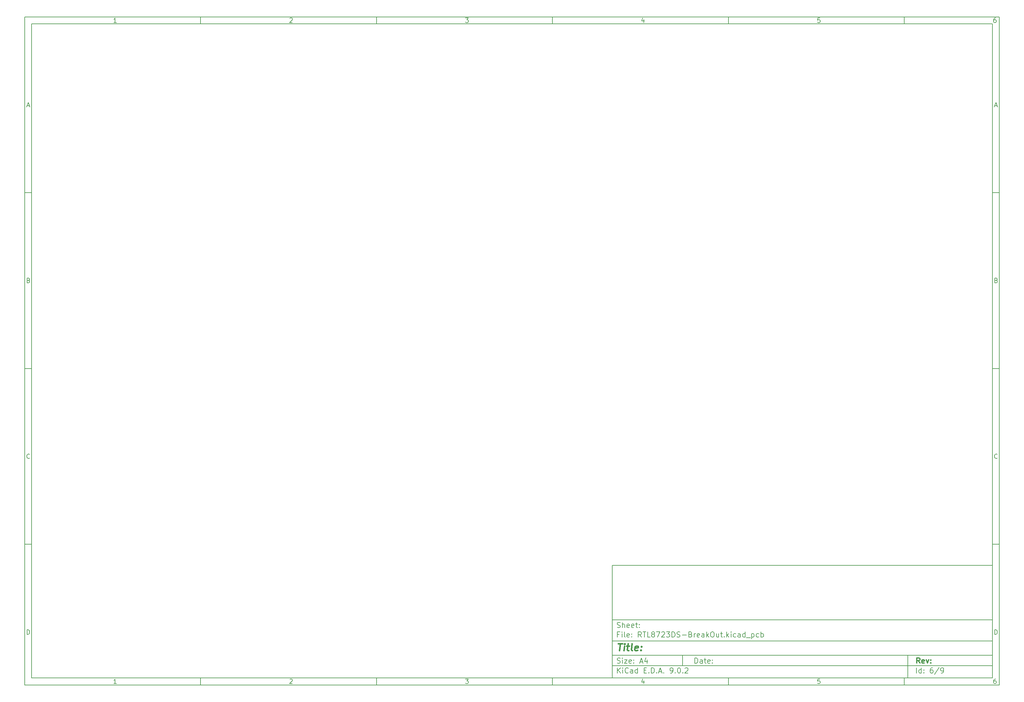
<source format=gbo>
G04 #@! TF.GenerationSoftware,KiCad,Pcbnew,9.0.2*
G04 #@! TF.CreationDate,2025-07-17T00:51:24+08:00*
G04 #@! TF.ProjectId,RTL8723DS-BreakOut,52544c38-3732-4334-9453-2d427265616b,rev?*
G04 #@! TF.SameCoordinates,Original*
G04 #@! TF.FileFunction,Legend,Bot*
G04 #@! TF.FilePolarity,Positive*
%FSLAX45Y45*%
G04 Gerber Fmt 4.5, Leading zero omitted, Abs format (unit mm)*
G04 Created by KiCad (PCBNEW 9.0.2) date 2025-07-17 00:51:24*
%MOMM*%
%LPD*%
G01*
G04 APERTURE LIST*
%ADD10C,0.100000*%
%ADD11C,0.150000*%
%ADD12C,0.300000*%
%ADD13C,0.400000*%
G04 APERTURE END LIST*
D10*
D11*
X17700220Y-16600720D02*
X28500220Y-16600720D01*
X28500220Y-19800720D01*
X17700220Y-19800720D01*
X17700220Y-16600720D01*
D10*
D11*
X1000000Y-1000000D02*
X28700220Y-1000000D01*
X28700220Y-20000720D01*
X1000000Y-20000720D01*
X1000000Y-1000000D01*
D10*
D11*
X1200000Y-1200000D02*
X28500220Y-1200000D01*
X28500220Y-19800720D01*
X1200000Y-19800720D01*
X1200000Y-1200000D01*
D10*
D11*
X6000000Y-1200000D02*
X6000000Y-1000000D01*
D10*
D11*
X11000000Y-1200000D02*
X11000000Y-1000000D01*
D10*
D11*
X16000000Y-1200000D02*
X16000000Y-1000000D01*
D10*
D11*
X21000000Y-1200000D02*
X21000000Y-1000000D01*
D10*
D11*
X26000000Y-1200000D02*
X26000000Y-1000000D01*
D10*
D11*
X3608916Y-1159360D02*
X3534630Y-1159360D01*
X3571773Y-1159360D02*
X3571773Y-1029360D01*
X3571773Y-1029360D02*
X3559392Y-1047932D01*
X3559392Y-1047932D02*
X3547011Y-1060313D01*
X3547011Y-1060313D02*
X3534630Y-1066503D01*
D10*
D11*
X8534630Y-1041741D02*
X8540821Y-1035551D01*
X8540821Y-1035551D02*
X8553202Y-1029360D01*
X8553202Y-1029360D02*
X8584154Y-1029360D01*
X8584154Y-1029360D02*
X8596535Y-1035551D01*
X8596535Y-1035551D02*
X8602726Y-1041741D01*
X8602726Y-1041741D02*
X8608916Y-1054122D01*
X8608916Y-1054122D02*
X8608916Y-1066503D01*
X8608916Y-1066503D02*
X8602726Y-1085075D01*
X8602726Y-1085075D02*
X8528440Y-1159360D01*
X8528440Y-1159360D02*
X8608916Y-1159360D01*
D10*
D11*
X13528440Y-1029360D02*
X13608916Y-1029360D01*
X13608916Y-1029360D02*
X13565583Y-1078884D01*
X13565583Y-1078884D02*
X13584154Y-1078884D01*
X13584154Y-1078884D02*
X13596535Y-1085075D01*
X13596535Y-1085075D02*
X13602725Y-1091265D01*
X13602725Y-1091265D02*
X13608916Y-1103646D01*
X13608916Y-1103646D02*
X13608916Y-1134599D01*
X13608916Y-1134599D02*
X13602725Y-1146980D01*
X13602725Y-1146980D02*
X13596535Y-1153170D01*
X13596535Y-1153170D02*
X13584154Y-1159360D01*
X13584154Y-1159360D02*
X13547011Y-1159360D01*
X13547011Y-1159360D02*
X13534630Y-1153170D01*
X13534630Y-1153170D02*
X13528440Y-1146980D01*
D10*
D11*
X18596535Y-1072694D02*
X18596535Y-1159360D01*
X18565583Y-1023170D02*
X18534630Y-1116027D01*
X18534630Y-1116027D02*
X18615106Y-1116027D01*
D10*
D11*
X23602725Y-1029360D02*
X23540821Y-1029360D01*
X23540821Y-1029360D02*
X23534630Y-1091265D01*
X23534630Y-1091265D02*
X23540821Y-1085075D01*
X23540821Y-1085075D02*
X23553202Y-1078884D01*
X23553202Y-1078884D02*
X23584154Y-1078884D01*
X23584154Y-1078884D02*
X23596535Y-1085075D01*
X23596535Y-1085075D02*
X23602725Y-1091265D01*
X23602725Y-1091265D02*
X23608916Y-1103646D01*
X23608916Y-1103646D02*
X23608916Y-1134599D01*
X23608916Y-1134599D02*
X23602725Y-1146980D01*
X23602725Y-1146980D02*
X23596535Y-1153170D01*
X23596535Y-1153170D02*
X23584154Y-1159360D01*
X23584154Y-1159360D02*
X23553202Y-1159360D01*
X23553202Y-1159360D02*
X23540821Y-1153170D01*
X23540821Y-1153170D02*
X23534630Y-1146980D01*
D10*
D11*
X28596535Y-1029360D02*
X28571773Y-1029360D01*
X28571773Y-1029360D02*
X28559392Y-1035551D01*
X28559392Y-1035551D02*
X28553202Y-1041741D01*
X28553202Y-1041741D02*
X28540821Y-1060313D01*
X28540821Y-1060313D02*
X28534630Y-1085075D01*
X28534630Y-1085075D02*
X28534630Y-1134599D01*
X28534630Y-1134599D02*
X28540821Y-1146980D01*
X28540821Y-1146980D02*
X28547011Y-1153170D01*
X28547011Y-1153170D02*
X28559392Y-1159360D01*
X28559392Y-1159360D02*
X28584154Y-1159360D01*
X28584154Y-1159360D02*
X28596535Y-1153170D01*
X28596535Y-1153170D02*
X28602725Y-1146980D01*
X28602725Y-1146980D02*
X28608916Y-1134599D01*
X28608916Y-1134599D02*
X28608916Y-1103646D01*
X28608916Y-1103646D02*
X28602725Y-1091265D01*
X28602725Y-1091265D02*
X28596535Y-1085075D01*
X28596535Y-1085075D02*
X28584154Y-1078884D01*
X28584154Y-1078884D02*
X28559392Y-1078884D01*
X28559392Y-1078884D02*
X28547011Y-1085075D01*
X28547011Y-1085075D02*
X28540821Y-1091265D01*
X28540821Y-1091265D02*
X28534630Y-1103646D01*
D10*
D11*
X6000000Y-19800720D02*
X6000000Y-20000720D01*
D10*
D11*
X11000000Y-19800720D02*
X11000000Y-20000720D01*
D10*
D11*
X16000000Y-19800720D02*
X16000000Y-20000720D01*
D10*
D11*
X21000000Y-19800720D02*
X21000000Y-20000720D01*
D10*
D11*
X26000000Y-19800720D02*
X26000000Y-20000720D01*
D10*
D11*
X3608916Y-19960080D02*
X3534630Y-19960080D01*
X3571773Y-19960080D02*
X3571773Y-19830080D01*
X3571773Y-19830080D02*
X3559392Y-19848652D01*
X3559392Y-19848652D02*
X3547011Y-19861033D01*
X3547011Y-19861033D02*
X3534630Y-19867223D01*
D10*
D11*
X8534630Y-19842461D02*
X8540821Y-19836271D01*
X8540821Y-19836271D02*
X8553202Y-19830080D01*
X8553202Y-19830080D02*
X8584154Y-19830080D01*
X8584154Y-19830080D02*
X8596535Y-19836271D01*
X8596535Y-19836271D02*
X8602726Y-19842461D01*
X8602726Y-19842461D02*
X8608916Y-19854842D01*
X8608916Y-19854842D02*
X8608916Y-19867223D01*
X8608916Y-19867223D02*
X8602726Y-19885795D01*
X8602726Y-19885795D02*
X8528440Y-19960080D01*
X8528440Y-19960080D02*
X8608916Y-19960080D01*
D10*
D11*
X13528440Y-19830080D02*
X13608916Y-19830080D01*
X13608916Y-19830080D02*
X13565583Y-19879604D01*
X13565583Y-19879604D02*
X13584154Y-19879604D01*
X13584154Y-19879604D02*
X13596535Y-19885795D01*
X13596535Y-19885795D02*
X13602725Y-19891985D01*
X13602725Y-19891985D02*
X13608916Y-19904366D01*
X13608916Y-19904366D02*
X13608916Y-19935319D01*
X13608916Y-19935319D02*
X13602725Y-19947700D01*
X13602725Y-19947700D02*
X13596535Y-19953890D01*
X13596535Y-19953890D02*
X13584154Y-19960080D01*
X13584154Y-19960080D02*
X13547011Y-19960080D01*
X13547011Y-19960080D02*
X13534630Y-19953890D01*
X13534630Y-19953890D02*
X13528440Y-19947700D01*
D10*
D11*
X18596535Y-19873414D02*
X18596535Y-19960080D01*
X18565583Y-19823890D02*
X18534630Y-19916747D01*
X18534630Y-19916747D02*
X18615106Y-19916747D01*
D10*
D11*
X23602725Y-19830080D02*
X23540821Y-19830080D01*
X23540821Y-19830080D02*
X23534630Y-19891985D01*
X23534630Y-19891985D02*
X23540821Y-19885795D01*
X23540821Y-19885795D02*
X23553202Y-19879604D01*
X23553202Y-19879604D02*
X23584154Y-19879604D01*
X23584154Y-19879604D02*
X23596535Y-19885795D01*
X23596535Y-19885795D02*
X23602725Y-19891985D01*
X23602725Y-19891985D02*
X23608916Y-19904366D01*
X23608916Y-19904366D02*
X23608916Y-19935319D01*
X23608916Y-19935319D02*
X23602725Y-19947700D01*
X23602725Y-19947700D02*
X23596535Y-19953890D01*
X23596535Y-19953890D02*
X23584154Y-19960080D01*
X23584154Y-19960080D02*
X23553202Y-19960080D01*
X23553202Y-19960080D02*
X23540821Y-19953890D01*
X23540821Y-19953890D02*
X23534630Y-19947700D01*
D10*
D11*
X28596535Y-19830080D02*
X28571773Y-19830080D01*
X28571773Y-19830080D02*
X28559392Y-19836271D01*
X28559392Y-19836271D02*
X28553202Y-19842461D01*
X28553202Y-19842461D02*
X28540821Y-19861033D01*
X28540821Y-19861033D02*
X28534630Y-19885795D01*
X28534630Y-19885795D02*
X28534630Y-19935319D01*
X28534630Y-19935319D02*
X28540821Y-19947700D01*
X28540821Y-19947700D02*
X28547011Y-19953890D01*
X28547011Y-19953890D02*
X28559392Y-19960080D01*
X28559392Y-19960080D02*
X28584154Y-19960080D01*
X28584154Y-19960080D02*
X28596535Y-19953890D01*
X28596535Y-19953890D02*
X28602725Y-19947700D01*
X28602725Y-19947700D02*
X28608916Y-19935319D01*
X28608916Y-19935319D02*
X28608916Y-19904366D01*
X28608916Y-19904366D02*
X28602725Y-19891985D01*
X28602725Y-19891985D02*
X28596535Y-19885795D01*
X28596535Y-19885795D02*
X28584154Y-19879604D01*
X28584154Y-19879604D02*
X28559392Y-19879604D01*
X28559392Y-19879604D02*
X28547011Y-19885795D01*
X28547011Y-19885795D02*
X28540821Y-19891985D01*
X28540821Y-19891985D02*
X28534630Y-19904366D01*
D10*
D11*
X1000000Y-6000000D02*
X1200000Y-6000000D01*
D10*
D11*
X1000000Y-11000000D02*
X1200000Y-11000000D01*
D10*
D11*
X1000000Y-16000000D02*
X1200000Y-16000000D01*
D10*
D11*
X1069048Y-3522218D02*
X1130952Y-3522218D01*
X1056667Y-3559360D02*
X1100000Y-3429360D01*
X1100000Y-3429360D02*
X1143333Y-3559360D01*
D10*
D11*
X1109286Y-8491265D02*
X1127857Y-8497456D01*
X1127857Y-8497456D02*
X1134048Y-8503646D01*
X1134048Y-8503646D02*
X1140238Y-8516027D01*
X1140238Y-8516027D02*
X1140238Y-8534599D01*
X1140238Y-8534599D02*
X1134048Y-8546980D01*
X1134048Y-8546980D02*
X1127857Y-8553170D01*
X1127857Y-8553170D02*
X1115476Y-8559360D01*
X1115476Y-8559360D02*
X1065952Y-8559360D01*
X1065952Y-8559360D02*
X1065952Y-8429360D01*
X1065952Y-8429360D02*
X1109286Y-8429360D01*
X1109286Y-8429360D02*
X1121667Y-8435551D01*
X1121667Y-8435551D02*
X1127857Y-8441741D01*
X1127857Y-8441741D02*
X1134048Y-8454122D01*
X1134048Y-8454122D02*
X1134048Y-8466503D01*
X1134048Y-8466503D02*
X1127857Y-8478884D01*
X1127857Y-8478884D02*
X1121667Y-8485075D01*
X1121667Y-8485075D02*
X1109286Y-8491265D01*
X1109286Y-8491265D02*
X1065952Y-8491265D01*
D10*
D11*
X1140238Y-13546979D02*
X1134048Y-13553170D01*
X1134048Y-13553170D02*
X1115476Y-13559360D01*
X1115476Y-13559360D02*
X1103095Y-13559360D01*
X1103095Y-13559360D02*
X1084524Y-13553170D01*
X1084524Y-13553170D02*
X1072143Y-13540789D01*
X1072143Y-13540789D02*
X1065952Y-13528408D01*
X1065952Y-13528408D02*
X1059762Y-13503646D01*
X1059762Y-13503646D02*
X1059762Y-13485075D01*
X1059762Y-13485075D02*
X1065952Y-13460313D01*
X1065952Y-13460313D02*
X1072143Y-13447932D01*
X1072143Y-13447932D02*
X1084524Y-13435551D01*
X1084524Y-13435551D02*
X1103095Y-13429360D01*
X1103095Y-13429360D02*
X1115476Y-13429360D01*
X1115476Y-13429360D02*
X1134048Y-13435551D01*
X1134048Y-13435551D02*
X1140238Y-13441741D01*
D10*
D11*
X1065952Y-18559360D02*
X1065952Y-18429360D01*
X1065952Y-18429360D02*
X1096905Y-18429360D01*
X1096905Y-18429360D02*
X1115476Y-18435551D01*
X1115476Y-18435551D02*
X1127857Y-18447932D01*
X1127857Y-18447932D02*
X1134048Y-18460313D01*
X1134048Y-18460313D02*
X1140238Y-18485075D01*
X1140238Y-18485075D02*
X1140238Y-18503646D01*
X1140238Y-18503646D02*
X1134048Y-18528408D01*
X1134048Y-18528408D02*
X1127857Y-18540789D01*
X1127857Y-18540789D02*
X1115476Y-18553170D01*
X1115476Y-18553170D02*
X1096905Y-18559360D01*
X1096905Y-18559360D02*
X1065952Y-18559360D01*
D10*
D11*
X28700220Y-6000000D02*
X28500220Y-6000000D01*
D10*
D11*
X28700220Y-11000000D02*
X28500220Y-11000000D01*
D10*
D11*
X28700220Y-16000000D02*
X28500220Y-16000000D01*
D10*
D11*
X28569268Y-3522218D02*
X28631172Y-3522218D01*
X28556887Y-3559360D02*
X28600220Y-3429360D01*
X28600220Y-3429360D02*
X28643553Y-3559360D01*
D10*
D11*
X28609506Y-8491265D02*
X28628077Y-8497456D01*
X28628077Y-8497456D02*
X28634268Y-8503646D01*
X28634268Y-8503646D02*
X28640458Y-8516027D01*
X28640458Y-8516027D02*
X28640458Y-8534599D01*
X28640458Y-8534599D02*
X28634268Y-8546980D01*
X28634268Y-8546980D02*
X28628077Y-8553170D01*
X28628077Y-8553170D02*
X28615696Y-8559360D01*
X28615696Y-8559360D02*
X28566172Y-8559360D01*
X28566172Y-8559360D02*
X28566172Y-8429360D01*
X28566172Y-8429360D02*
X28609506Y-8429360D01*
X28609506Y-8429360D02*
X28621887Y-8435551D01*
X28621887Y-8435551D02*
X28628077Y-8441741D01*
X28628077Y-8441741D02*
X28634268Y-8454122D01*
X28634268Y-8454122D02*
X28634268Y-8466503D01*
X28634268Y-8466503D02*
X28628077Y-8478884D01*
X28628077Y-8478884D02*
X28621887Y-8485075D01*
X28621887Y-8485075D02*
X28609506Y-8491265D01*
X28609506Y-8491265D02*
X28566172Y-8491265D01*
D10*
D11*
X28640458Y-13546979D02*
X28634268Y-13553170D01*
X28634268Y-13553170D02*
X28615696Y-13559360D01*
X28615696Y-13559360D02*
X28603315Y-13559360D01*
X28603315Y-13559360D02*
X28584744Y-13553170D01*
X28584744Y-13553170D02*
X28572363Y-13540789D01*
X28572363Y-13540789D02*
X28566172Y-13528408D01*
X28566172Y-13528408D02*
X28559982Y-13503646D01*
X28559982Y-13503646D02*
X28559982Y-13485075D01*
X28559982Y-13485075D02*
X28566172Y-13460313D01*
X28566172Y-13460313D02*
X28572363Y-13447932D01*
X28572363Y-13447932D02*
X28584744Y-13435551D01*
X28584744Y-13435551D02*
X28603315Y-13429360D01*
X28603315Y-13429360D02*
X28615696Y-13429360D01*
X28615696Y-13429360D02*
X28634268Y-13435551D01*
X28634268Y-13435551D02*
X28640458Y-13441741D01*
D10*
D11*
X28566172Y-18559360D02*
X28566172Y-18429360D01*
X28566172Y-18429360D02*
X28597125Y-18429360D01*
X28597125Y-18429360D02*
X28615696Y-18435551D01*
X28615696Y-18435551D02*
X28628077Y-18447932D01*
X28628077Y-18447932D02*
X28634268Y-18460313D01*
X28634268Y-18460313D02*
X28640458Y-18485075D01*
X28640458Y-18485075D02*
X28640458Y-18503646D01*
X28640458Y-18503646D02*
X28634268Y-18528408D01*
X28634268Y-18528408D02*
X28628077Y-18540789D01*
X28628077Y-18540789D02*
X28615696Y-18553170D01*
X28615696Y-18553170D02*
X28597125Y-18559360D01*
X28597125Y-18559360D02*
X28566172Y-18559360D01*
D10*
D11*
X20045803Y-19379333D02*
X20045803Y-19229333D01*
X20045803Y-19229333D02*
X20081517Y-19229333D01*
X20081517Y-19229333D02*
X20102946Y-19236476D01*
X20102946Y-19236476D02*
X20117231Y-19250761D01*
X20117231Y-19250761D02*
X20124374Y-19265047D01*
X20124374Y-19265047D02*
X20131517Y-19293619D01*
X20131517Y-19293619D02*
X20131517Y-19315047D01*
X20131517Y-19315047D02*
X20124374Y-19343619D01*
X20124374Y-19343619D02*
X20117231Y-19357904D01*
X20117231Y-19357904D02*
X20102946Y-19372190D01*
X20102946Y-19372190D02*
X20081517Y-19379333D01*
X20081517Y-19379333D02*
X20045803Y-19379333D01*
X20260088Y-19379333D02*
X20260088Y-19300761D01*
X20260088Y-19300761D02*
X20252946Y-19286476D01*
X20252946Y-19286476D02*
X20238660Y-19279333D01*
X20238660Y-19279333D02*
X20210088Y-19279333D01*
X20210088Y-19279333D02*
X20195803Y-19286476D01*
X20260088Y-19372190D02*
X20245803Y-19379333D01*
X20245803Y-19379333D02*
X20210088Y-19379333D01*
X20210088Y-19379333D02*
X20195803Y-19372190D01*
X20195803Y-19372190D02*
X20188660Y-19357904D01*
X20188660Y-19357904D02*
X20188660Y-19343619D01*
X20188660Y-19343619D02*
X20195803Y-19329333D01*
X20195803Y-19329333D02*
X20210088Y-19322190D01*
X20210088Y-19322190D02*
X20245803Y-19322190D01*
X20245803Y-19322190D02*
X20260088Y-19315047D01*
X20310088Y-19279333D02*
X20367231Y-19279333D01*
X20331517Y-19229333D02*
X20331517Y-19357904D01*
X20331517Y-19357904D02*
X20338660Y-19372190D01*
X20338660Y-19372190D02*
X20352946Y-19379333D01*
X20352946Y-19379333D02*
X20367231Y-19379333D01*
X20474374Y-19372190D02*
X20460088Y-19379333D01*
X20460088Y-19379333D02*
X20431517Y-19379333D01*
X20431517Y-19379333D02*
X20417231Y-19372190D01*
X20417231Y-19372190D02*
X20410088Y-19357904D01*
X20410088Y-19357904D02*
X20410088Y-19300761D01*
X20410088Y-19300761D02*
X20417231Y-19286476D01*
X20417231Y-19286476D02*
X20431517Y-19279333D01*
X20431517Y-19279333D02*
X20460088Y-19279333D01*
X20460088Y-19279333D02*
X20474374Y-19286476D01*
X20474374Y-19286476D02*
X20481517Y-19300761D01*
X20481517Y-19300761D02*
X20481517Y-19315047D01*
X20481517Y-19315047D02*
X20410088Y-19329333D01*
X20545803Y-19365047D02*
X20552946Y-19372190D01*
X20552946Y-19372190D02*
X20545803Y-19379333D01*
X20545803Y-19379333D02*
X20538660Y-19372190D01*
X20538660Y-19372190D02*
X20545803Y-19365047D01*
X20545803Y-19365047D02*
X20545803Y-19379333D01*
X20545803Y-19286476D02*
X20552946Y-19293619D01*
X20552946Y-19293619D02*
X20545803Y-19300761D01*
X20545803Y-19300761D02*
X20538660Y-19293619D01*
X20538660Y-19293619D02*
X20545803Y-19286476D01*
X20545803Y-19286476D02*
X20545803Y-19300761D01*
D10*
D11*
X17700220Y-19450720D02*
X28500220Y-19450720D01*
D10*
D11*
X17845803Y-19659333D02*
X17845803Y-19509333D01*
X17931517Y-19659333D02*
X17867231Y-19573619D01*
X17931517Y-19509333D02*
X17845803Y-19595047D01*
X17995803Y-19659333D02*
X17995803Y-19559333D01*
X17995803Y-19509333D02*
X17988660Y-19516476D01*
X17988660Y-19516476D02*
X17995803Y-19523619D01*
X17995803Y-19523619D02*
X18002946Y-19516476D01*
X18002946Y-19516476D02*
X17995803Y-19509333D01*
X17995803Y-19509333D02*
X17995803Y-19523619D01*
X18152946Y-19645047D02*
X18145803Y-19652190D01*
X18145803Y-19652190D02*
X18124374Y-19659333D01*
X18124374Y-19659333D02*
X18110088Y-19659333D01*
X18110088Y-19659333D02*
X18088660Y-19652190D01*
X18088660Y-19652190D02*
X18074374Y-19637904D01*
X18074374Y-19637904D02*
X18067231Y-19623619D01*
X18067231Y-19623619D02*
X18060088Y-19595047D01*
X18060088Y-19595047D02*
X18060088Y-19573619D01*
X18060088Y-19573619D02*
X18067231Y-19545047D01*
X18067231Y-19545047D02*
X18074374Y-19530761D01*
X18074374Y-19530761D02*
X18088660Y-19516476D01*
X18088660Y-19516476D02*
X18110088Y-19509333D01*
X18110088Y-19509333D02*
X18124374Y-19509333D01*
X18124374Y-19509333D02*
X18145803Y-19516476D01*
X18145803Y-19516476D02*
X18152946Y-19523619D01*
X18281517Y-19659333D02*
X18281517Y-19580761D01*
X18281517Y-19580761D02*
X18274374Y-19566476D01*
X18274374Y-19566476D02*
X18260088Y-19559333D01*
X18260088Y-19559333D02*
X18231517Y-19559333D01*
X18231517Y-19559333D02*
X18217231Y-19566476D01*
X18281517Y-19652190D02*
X18267231Y-19659333D01*
X18267231Y-19659333D02*
X18231517Y-19659333D01*
X18231517Y-19659333D02*
X18217231Y-19652190D01*
X18217231Y-19652190D02*
X18210088Y-19637904D01*
X18210088Y-19637904D02*
X18210088Y-19623619D01*
X18210088Y-19623619D02*
X18217231Y-19609333D01*
X18217231Y-19609333D02*
X18231517Y-19602190D01*
X18231517Y-19602190D02*
X18267231Y-19602190D01*
X18267231Y-19602190D02*
X18281517Y-19595047D01*
X18417231Y-19659333D02*
X18417231Y-19509333D01*
X18417231Y-19652190D02*
X18402946Y-19659333D01*
X18402946Y-19659333D02*
X18374374Y-19659333D01*
X18374374Y-19659333D02*
X18360088Y-19652190D01*
X18360088Y-19652190D02*
X18352946Y-19645047D01*
X18352946Y-19645047D02*
X18345803Y-19630761D01*
X18345803Y-19630761D02*
X18345803Y-19587904D01*
X18345803Y-19587904D02*
X18352946Y-19573619D01*
X18352946Y-19573619D02*
X18360088Y-19566476D01*
X18360088Y-19566476D02*
X18374374Y-19559333D01*
X18374374Y-19559333D02*
X18402946Y-19559333D01*
X18402946Y-19559333D02*
X18417231Y-19566476D01*
X18602946Y-19580761D02*
X18652946Y-19580761D01*
X18674374Y-19659333D02*
X18602946Y-19659333D01*
X18602946Y-19659333D02*
X18602946Y-19509333D01*
X18602946Y-19509333D02*
X18674374Y-19509333D01*
X18738660Y-19645047D02*
X18745803Y-19652190D01*
X18745803Y-19652190D02*
X18738660Y-19659333D01*
X18738660Y-19659333D02*
X18731517Y-19652190D01*
X18731517Y-19652190D02*
X18738660Y-19645047D01*
X18738660Y-19645047D02*
X18738660Y-19659333D01*
X18810088Y-19659333D02*
X18810088Y-19509333D01*
X18810088Y-19509333D02*
X18845803Y-19509333D01*
X18845803Y-19509333D02*
X18867231Y-19516476D01*
X18867231Y-19516476D02*
X18881517Y-19530761D01*
X18881517Y-19530761D02*
X18888660Y-19545047D01*
X18888660Y-19545047D02*
X18895803Y-19573619D01*
X18895803Y-19573619D02*
X18895803Y-19595047D01*
X18895803Y-19595047D02*
X18888660Y-19623619D01*
X18888660Y-19623619D02*
X18881517Y-19637904D01*
X18881517Y-19637904D02*
X18867231Y-19652190D01*
X18867231Y-19652190D02*
X18845803Y-19659333D01*
X18845803Y-19659333D02*
X18810088Y-19659333D01*
X18960088Y-19645047D02*
X18967231Y-19652190D01*
X18967231Y-19652190D02*
X18960088Y-19659333D01*
X18960088Y-19659333D02*
X18952946Y-19652190D01*
X18952946Y-19652190D02*
X18960088Y-19645047D01*
X18960088Y-19645047D02*
X18960088Y-19659333D01*
X19024374Y-19616476D02*
X19095803Y-19616476D01*
X19010089Y-19659333D02*
X19060089Y-19509333D01*
X19060089Y-19509333D02*
X19110089Y-19659333D01*
X19160088Y-19645047D02*
X19167231Y-19652190D01*
X19167231Y-19652190D02*
X19160088Y-19659333D01*
X19160088Y-19659333D02*
X19152946Y-19652190D01*
X19152946Y-19652190D02*
X19160088Y-19645047D01*
X19160088Y-19645047D02*
X19160088Y-19659333D01*
X19352946Y-19659333D02*
X19381517Y-19659333D01*
X19381517Y-19659333D02*
X19395803Y-19652190D01*
X19395803Y-19652190D02*
X19402946Y-19645047D01*
X19402946Y-19645047D02*
X19417231Y-19623619D01*
X19417231Y-19623619D02*
X19424374Y-19595047D01*
X19424374Y-19595047D02*
X19424374Y-19537904D01*
X19424374Y-19537904D02*
X19417231Y-19523619D01*
X19417231Y-19523619D02*
X19410089Y-19516476D01*
X19410089Y-19516476D02*
X19395803Y-19509333D01*
X19395803Y-19509333D02*
X19367231Y-19509333D01*
X19367231Y-19509333D02*
X19352946Y-19516476D01*
X19352946Y-19516476D02*
X19345803Y-19523619D01*
X19345803Y-19523619D02*
X19338660Y-19537904D01*
X19338660Y-19537904D02*
X19338660Y-19573619D01*
X19338660Y-19573619D02*
X19345803Y-19587904D01*
X19345803Y-19587904D02*
X19352946Y-19595047D01*
X19352946Y-19595047D02*
X19367231Y-19602190D01*
X19367231Y-19602190D02*
X19395803Y-19602190D01*
X19395803Y-19602190D02*
X19410089Y-19595047D01*
X19410089Y-19595047D02*
X19417231Y-19587904D01*
X19417231Y-19587904D02*
X19424374Y-19573619D01*
X19488660Y-19645047D02*
X19495803Y-19652190D01*
X19495803Y-19652190D02*
X19488660Y-19659333D01*
X19488660Y-19659333D02*
X19481517Y-19652190D01*
X19481517Y-19652190D02*
X19488660Y-19645047D01*
X19488660Y-19645047D02*
X19488660Y-19659333D01*
X19588660Y-19509333D02*
X19602946Y-19509333D01*
X19602946Y-19509333D02*
X19617231Y-19516476D01*
X19617231Y-19516476D02*
X19624374Y-19523619D01*
X19624374Y-19523619D02*
X19631517Y-19537904D01*
X19631517Y-19537904D02*
X19638660Y-19566476D01*
X19638660Y-19566476D02*
X19638660Y-19602190D01*
X19638660Y-19602190D02*
X19631517Y-19630761D01*
X19631517Y-19630761D02*
X19624374Y-19645047D01*
X19624374Y-19645047D02*
X19617231Y-19652190D01*
X19617231Y-19652190D02*
X19602946Y-19659333D01*
X19602946Y-19659333D02*
X19588660Y-19659333D01*
X19588660Y-19659333D02*
X19574374Y-19652190D01*
X19574374Y-19652190D02*
X19567231Y-19645047D01*
X19567231Y-19645047D02*
X19560088Y-19630761D01*
X19560088Y-19630761D02*
X19552946Y-19602190D01*
X19552946Y-19602190D02*
X19552946Y-19566476D01*
X19552946Y-19566476D02*
X19560088Y-19537904D01*
X19560088Y-19537904D02*
X19567231Y-19523619D01*
X19567231Y-19523619D02*
X19574374Y-19516476D01*
X19574374Y-19516476D02*
X19588660Y-19509333D01*
X19702946Y-19645047D02*
X19710088Y-19652190D01*
X19710088Y-19652190D02*
X19702946Y-19659333D01*
X19702946Y-19659333D02*
X19695803Y-19652190D01*
X19695803Y-19652190D02*
X19702946Y-19645047D01*
X19702946Y-19645047D02*
X19702946Y-19659333D01*
X19767231Y-19523619D02*
X19774374Y-19516476D01*
X19774374Y-19516476D02*
X19788660Y-19509333D01*
X19788660Y-19509333D02*
X19824374Y-19509333D01*
X19824374Y-19509333D02*
X19838660Y-19516476D01*
X19838660Y-19516476D02*
X19845803Y-19523619D01*
X19845803Y-19523619D02*
X19852946Y-19537904D01*
X19852946Y-19537904D02*
X19852946Y-19552190D01*
X19852946Y-19552190D02*
X19845803Y-19573619D01*
X19845803Y-19573619D02*
X19760088Y-19659333D01*
X19760088Y-19659333D02*
X19852946Y-19659333D01*
D10*
D11*
X17700220Y-19150720D02*
X28500220Y-19150720D01*
D10*
D12*
X26441385Y-19378553D02*
X26391385Y-19307124D01*
X26355671Y-19378553D02*
X26355671Y-19228553D01*
X26355671Y-19228553D02*
X26412814Y-19228553D01*
X26412814Y-19228553D02*
X26427100Y-19235696D01*
X26427100Y-19235696D02*
X26434242Y-19242839D01*
X26434242Y-19242839D02*
X26441385Y-19257124D01*
X26441385Y-19257124D02*
X26441385Y-19278553D01*
X26441385Y-19278553D02*
X26434242Y-19292839D01*
X26434242Y-19292839D02*
X26427100Y-19299981D01*
X26427100Y-19299981D02*
X26412814Y-19307124D01*
X26412814Y-19307124D02*
X26355671Y-19307124D01*
X26562814Y-19371410D02*
X26548528Y-19378553D01*
X26548528Y-19378553D02*
X26519957Y-19378553D01*
X26519957Y-19378553D02*
X26505671Y-19371410D01*
X26505671Y-19371410D02*
X26498528Y-19357124D01*
X26498528Y-19357124D02*
X26498528Y-19299981D01*
X26498528Y-19299981D02*
X26505671Y-19285696D01*
X26505671Y-19285696D02*
X26519957Y-19278553D01*
X26519957Y-19278553D02*
X26548528Y-19278553D01*
X26548528Y-19278553D02*
X26562814Y-19285696D01*
X26562814Y-19285696D02*
X26569957Y-19299981D01*
X26569957Y-19299981D02*
X26569957Y-19314267D01*
X26569957Y-19314267D02*
X26498528Y-19328553D01*
X26619957Y-19278553D02*
X26655671Y-19378553D01*
X26655671Y-19378553D02*
X26691385Y-19278553D01*
X26748528Y-19364267D02*
X26755671Y-19371410D01*
X26755671Y-19371410D02*
X26748528Y-19378553D01*
X26748528Y-19378553D02*
X26741385Y-19371410D01*
X26741385Y-19371410D02*
X26748528Y-19364267D01*
X26748528Y-19364267D02*
X26748528Y-19378553D01*
X26748528Y-19285696D02*
X26755671Y-19292839D01*
X26755671Y-19292839D02*
X26748528Y-19299981D01*
X26748528Y-19299981D02*
X26741385Y-19292839D01*
X26741385Y-19292839D02*
X26748528Y-19285696D01*
X26748528Y-19285696D02*
X26748528Y-19299981D01*
D10*
D11*
X17838660Y-19372190D02*
X17860088Y-19379333D01*
X17860088Y-19379333D02*
X17895803Y-19379333D01*
X17895803Y-19379333D02*
X17910088Y-19372190D01*
X17910088Y-19372190D02*
X17917231Y-19365047D01*
X17917231Y-19365047D02*
X17924374Y-19350761D01*
X17924374Y-19350761D02*
X17924374Y-19336476D01*
X17924374Y-19336476D02*
X17917231Y-19322190D01*
X17917231Y-19322190D02*
X17910088Y-19315047D01*
X17910088Y-19315047D02*
X17895803Y-19307904D01*
X17895803Y-19307904D02*
X17867231Y-19300761D01*
X17867231Y-19300761D02*
X17852946Y-19293619D01*
X17852946Y-19293619D02*
X17845803Y-19286476D01*
X17845803Y-19286476D02*
X17838660Y-19272190D01*
X17838660Y-19272190D02*
X17838660Y-19257904D01*
X17838660Y-19257904D02*
X17845803Y-19243619D01*
X17845803Y-19243619D02*
X17852946Y-19236476D01*
X17852946Y-19236476D02*
X17867231Y-19229333D01*
X17867231Y-19229333D02*
X17902946Y-19229333D01*
X17902946Y-19229333D02*
X17924374Y-19236476D01*
X17988660Y-19379333D02*
X17988660Y-19279333D01*
X17988660Y-19229333D02*
X17981517Y-19236476D01*
X17981517Y-19236476D02*
X17988660Y-19243619D01*
X17988660Y-19243619D02*
X17995803Y-19236476D01*
X17995803Y-19236476D02*
X17988660Y-19229333D01*
X17988660Y-19229333D02*
X17988660Y-19243619D01*
X18045803Y-19279333D02*
X18124374Y-19279333D01*
X18124374Y-19279333D02*
X18045803Y-19379333D01*
X18045803Y-19379333D02*
X18124374Y-19379333D01*
X18238660Y-19372190D02*
X18224374Y-19379333D01*
X18224374Y-19379333D02*
X18195803Y-19379333D01*
X18195803Y-19379333D02*
X18181517Y-19372190D01*
X18181517Y-19372190D02*
X18174374Y-19357904D01*
X18174374Y-19357904D02*
X18174374Y-19300761D01*
X18174374Y-19300761D02*
X18181517Y-19286476D01*
X18181517Y-19286476D02*
X18195803Y-19279333D01*
X18195803Y-19279333D02*
X18224374Y-19279333D01*
X18224374Y-19279333D02*
X18238660Y-19286476D01*
X18238660Y-19286476D02*
X18245803Y-19300761D01*
X18245803Y-19300761D02*
X18245803Y-19315047D01*
X18245803Y-19315047D02*
X18174374Y-19329333D01*
X18310088Y-19365047D02*
X18317231Y-19372190D01*
X18317231Y-19372190D02*
X18310088Y-19379333D01*
X18310088Y-19379333D02*
X18302946Y-19372190D01*
X18302946Y-19372190D02*
X18310088Y-19365047D01*
X18310088Y-19365047D02*
X18310088Y-19379333D01*
X18310088Y-19286476D02*
X18317231Y-19293619D01*
X18317231Y-19293619D02*
X18310088Y-19300761D01*
X18310088Y-19300761D02*
X18302946Y-19293619D01*
X18302946Y-19293619D02*
X18310088Y-19286476D01*
X18310088Y-19286476D02*
X18310088Y-19300761D01*
X18488660Y-19336476D02*
X18560088Y-19336476D01*
X18474374Y-19379333D02*
X18524374Y-19229333D01*
X18524374Y-19229333D02*
X18574374Y-19379333D01*
X18688660Y-19279333D02*
X18688660Y-19379333D01*
X18652946Y-19222190D02*
X18617231Y-19329333D01*
X18617231Y-19329333D02*
X18710088Y-19329333D01*
D10*
D11*
X26345803Y-19659333D02*
X26345803Y-19509333D01*
X26481517Y-19659333D02*
X26481517Y-19509333D01*
X26481517Y-19652190D02*
X26467231Y-19659333D01*
X26467231Y-19659333D02*
X26438660Y-19659333D01*
X26438660Y-19659333D02*
X26424374Y-19652190D01*
X26424374Y-19652190D02*
X26417231Y-19645047D01*
X26417231Y-19645047D02*
X26410088Y-19630761D01*
X26410088Y-19630761D02*
X26410088Y-19587904D01*
X26410088Y-19587904D02*
X26417231Y-19573619D01*
X26417231Y-19573619D02*
X26424374Y-19566476D01*
X26424374Y-19566476D02*
X26438660Y-19559333D01*
X26438660Y-19559333D02*
X26467231Y-19559333D01*
X26467231Y-19559333D02*
X26481517Y-19566476D01*
X26552945Y-19645047D02*
X26560088Y-19652190D01*
X26560088Y-19652190D02*
X26552945Y-19659333D01*
X26552945Y-19659333D02*
X26545803Y-19652190D01*
X26545803Y-19652190D02*
X26552945Y-19645047D01*
X26552945Y-19645047D02*
X26552945Y-19659333D01*
X26552945Y-19566476D02*
X26560088Y-19573619D01*
X26560088Y-19573619D02*
X26552945Y-19580761D01*
X26552945Y-19580761D02*
X26545803Y-19573619D01*
X26545803Y-19573619D02*
X26552945Y-19566476D01*
X26552945Y-19566476D02*
X26552945Y-19580761D01*
X26802946Y-19509333D02*
X26774374Y-19509333D01*
X26774374Y-19509333D02*
X26760088Y-19516476D01*
X26760088Y-19516476D02*
X26752946Y-19523619D01*
X26752946Y-19523619D02*
X26738660Y-19545047D01*
X26738660Y-19545047D02*
X26731517Y-19573619D01*
X26731517Y-19573619D02*
X26731517Y-19630761D01*
X26731517Y-19630761D02*
X26738660Y-19645047D01*
X26738660Y-19645047D02*
X26745803Y-19652190D01*
X26745803Y-19652190D02*
X26760088Y-19659333D01*
X26760088Y-19659333D02*
X26788660Y-19659333D01*
X26788660Y-19659333D02*
X26802946Y-19652190D01*
X26802946Y-19652190D02*
X26810088Y-19645047D01*
X26810088Y-19645047D02*
X26817231Y-19630761D01*
X26817231Y-19630761D02*
X26817231Y-19595047D01*
X26817231Y-19595047D02*
X26810088Y-19580761D01*
X26810088Y-19580761D02*
X26802946Y-19573619D01*
X26802946Y-19573619D02*
X26788660Y-19566476D01*
X26788660Y-19566476D02*
X26760088Y-19566476D01*
X26760088Y-19566476D02*
X26745803Y-19573619D01*
X26745803Y-19573619D02*
X26738660Y-19580761D01*
X26738660Y-19580761D02*
X26731517Y-19595047D01*
X26988660Y-19502190D02*
X26860088Y-19695047D01*
X27045803Y-19659333D02*
X27074374Y-19659333D01*
X27074374Y-19659333D02*
X27088660Y-19652190D01*
X27088660Y-19652190D02*
X27095803Y-19645047D01*
X27095803Y-19645047D02*
X27110088Y-19623619D01*
X27110088Y-19623619D02*
X27117231Y-19595047D01*
X27117231Y-19595047D02*
X27117231Y-19537904D01*
X27117231Y-19537904D02*
X27110088Y-19523619D01*
X27110088Y-19523619D02*
X27102946Y-19516476D01*
X27102946Y-19516476D02*
X27088660Y-19509333D01*
X27088660Y-19509333D02*
X27060088Y-19509333D01*
X27060088Y-19509333D02*
X27045803Y-19516476D01*
X27045803Y-19516476D02*
X27038660Y-19523619D01*
X27038660Y-19523619D02*
X27031517Y-19537904D01*
X27031517Y-19537904D02*
X27031517Y-19573619D01*
X27031517Y-19573619D02*
X27038660Y-19587904D01*
X27038660Y-19587904D02*
X27045803Y-19595047D01*
X27045803Y-19595047D02*
X27060088Y-19602190D01*
X27060088Y-19602190D02*
X27088660Y-19602190D01*
X27088660Y-19602190D02*
X27102946Y-19595047D01*
X27102946Y-19595047D02*
X27110088Y-19587904D01*
X27110088Y-19587904D02*
X27117231Y-19573619D01*
D10*
D11*
X17700220Y-18750720D02*
X28500220Y-18750720D01*
D10*
D13*
X17869393Y-18821164D02*
X17983679Y-18821164D01*
X17901536Y-19021164D02*
X17926536Y-18821164D01*
X18025345Y-19021164D02*
X18042012Y-18887830D01*
X18050345Y-18821164D02*
X18039631Y-18830688D01*
X18039631Y-18830688D02*
X18047964Y-18840211D01*
X18047964Y-18840211D02*
X18058679Y-18830688D01*
X18058679Y-18830688D02*
X18050345Y-18821164D01*
X18050345Y-18821164D02*
X18047964Y-18840211D01*
X18108679Y-18887830D02*
X18184869Y-18887830D01*
X18145583Y-18821164D02*
X18124155Y-18992592D01*
X18124155Y-18992592D02*
X18131298Y-19011640D01*
X18131298Y-19011640D02*
X18149155Y-19021164D01*
X18149155Y-19021164D02*
X18168202Y-19021164D01*
X18263441Y-19021164D02*
X18245583Y-19011640D01*
X18245583Y-19011640D02*
X18238441Y-18992592D01*
X18238441Y-18992592D02*
X18259869Y-18821164D01*
X18417012Y-19011640D02*
X18396774Y-19021164D01*
X18396774Y-19021164D02*
X18358679Y-19021164D01*
X18358679Y-19021164D02*
X18340821Y-19011640D01*
X18340821Y-19011640D02*
X18333679Y-18992592D01*
X18333679Y-18992592D02*
X18343202Y-18916402D01*
X18343202Y-18916402D02*
X18355107Y-18897354D01*
X18355107Y-18897354D02*
X18375345Y-18887830D01*
X18375345Y-18887830D02*
X18413440Y-18887830D01*
X18413440Y-18887830D02*
X18431298Y-18897354D01*
X18431298Y-18897354D02*
X18438440Y-18916402D01*
X18438440Y-18916402D02*
X18436060Y-18935450D01*
X18436060Y-18935450D02*
X18338440Y-18954497D01*
X18513441Y-19002116D02*
X18521774Y-19011640D01*
X18521774Y-19011640D02*
X18511060Y-19021164D01*
X18511060Y-19021164D02*
X18502726Y-19011640D01*
X18502726Y-19011640D02*
X18513441Y-19002116D01*
X18513441Y-19002116D02*
X18511060Y-19021164D01*
X18526536Y-18897354D02*
X18534869Y-18906878D01*
X18534869Y-18906878D02*
X18524155Y-18916402D01*
X18524155Y-18916402D02*
X18515821Y-18906878D01*
X18515821Y-18906878D02*
X18526536Y-18897354D01*
X18526536Y-18897354D02*
X18524155Y-18916402D01*
D10*
D11*
X17895803Y-18560761D02*
X17845803Y-18560761D01*
X17845803Y-18639333D02*
X17845803Y-18489333D01*
X17845803Y-18489333D02*
X17917231Y-18489333D01*
X17974374Y-18639333D02*
X17974374Y-18539333D01*
X17974374Y-18489333D02*
X17967231Y-18496476D01*
X17967231Y-18496476D02*
X17974374Y-18503619D01*
X17974374Y-18503619D02*
X17981517Y-18496476D01*
X17981517Y-18496476D02*
X17974374Y-18489333D01*
X17974374Y-18489333D02*
X17974374Y-18503619D01*
X18067231Y-18639333D02*
X18052946Y-18632190D01*
X18052946Y-18632190D02*
X18045803Y-18617904D01*
X18045803Y-18617904D02*
X18045803Y-18489333D01*
X18181517Y-18632190D02*
X18167231Y-18639333D01*
X18167231Y-18639333D02*
X18138660Y-18639333D01*
X18138660Y-18639333D02*
X18124374Y-18632190D01*
X18124374Y-18632190D02*
X18117231Y-18617904D01*
X18117231Y-18617904D02*
X18117231Y-18560761D01*
X18117231Y-18560761D02*
X18124374Y-18546476D01*
X18124374Y-18546476D02*
X18138660Y-18539333D01*
X18138660Y-18539333D02*
X18167231Y-18539333D01*
X18167231Y-18539333D02*
X18181517Y-18546476D01*
X18181517Y-18546476D02*
X18188660Y-18560761D01*
X18188660Y-18560761D02*
X18188660Y-18575047D01*
X18188660Y-18575047D02*
X18117231Y-18589333D01*
X18252945Y-18625047D02*
X18260088Y-18632190D01*
X18260088Y-18632190D02*
X18252945Y-18639333D01*
X18252945Y-18639333D02*
X18245803Y-18632190D01*
X18245803Y-18632190D02*
X18252945Y-18625047D01*
X18252945Y-18625047D02*
X18252945Y-18639333D01*
X18252945Y-18546476D02*
X18260088Y-18553619D01*
X18260088Y-18553619D02*
X18252945Y-18560761D01*
X18252945Y-18560761D02*
X18245803Y-18553619D01*
X18245803Y-18553619D02*
X18252945Y-18546476D01*
X18252945Y-18546476D02*
X18252945Y-18560761D01*
X18524374Y-18639333D02*
X18474374Y-18567904D01*
X18438660Y-18639333D02*
X18438660Y-18489333D01*
X18438660Y-18489333D02*
X18495803Y-18489333D01*
X18495803Y-18489333D02*
X18510088Y-18496476D01*
X18510088Y-18496476D02*
X18517231Y-18503619D01*
X18517231Y-18503619D02*
X18524374Y-18517904D01*
X18524374Y-18517904D02*
X18524374Y-18539333D01*
X18524374Y-18539333D02*
X18517231Y-18553619D01*
X18517231Y-18553619D02*
X18510088Y-18560761D01*
X18510088Y-18560761D02*
X18495803Y-18567904D01*
X18495803Y-18567904D02*
X18438660Y-18567904D01*
X18567231Y-18489333D02*
X18652946Y-18489333D01*
X18610088Y-18639333D02*
X18610088Y-18489333D01*
X18774374Y-18639333D02*
X18702945Y-18639333D01*
X18702945Y-18639333D02*
X18702945Y-18489333D01*
X18845803Y-18553619D02*
X18831517Y-18546476D01*
X18831517Y-18546476D02*
X18824374Y-18539333D01*
X18824374Y-18539333D02*
X18817231Y-18525047D01*
X18817231Y-18525047D02*
X18817231Y-18517904D01*
X18817231Y-18517904D02*
X18824374Y-18503619D01*
X18824374Y-18503619D02*
X18831517Y-18496476D01*
X18831517Y-18496476D02*
X18845803Y-18489333D01*
X18845803Y-18489333D02*
X18874374Y-18489333D01*
X18874374Y-18489333D02*
X18888660Y-18496476D01*
X18888660Y-18496476D02*
X18895803Y-18503619D01*
X18895803Y-18503619D02*
X18902946Y-18517904D01*
X18902946Y-18517904D02*
X18902946Y-18525047D01*
X18902946Y-18525047D02*
X18895803Y-18539333D01*
X18895803Y-18539333D02*
X18888660Y-18546476D01*
X18888660Y-18546476D02*
X18874374Y-18553619D01*
X18874374Y-18553619D02*
X18845803Y-18553619D01*
X18845803Y-18553619D02*
X18831517Y-18560761D01*
X18831517Y-18560761D02*
X18824374Y-18567904D01*
X18824374Y-18567904D02*
X18817231Y-18582190D01*
X18817231Y-18582190D02*
X18817231Y-18610761D01*
X18817231Y-18610761D02*
X18824374Y-18625047D01*
X18824374Y-18625047D02*
X18831517Y-18632190D01*
X18831517Y-18632190D02*
X18845803Y-18639333D01*
X18845803Y-18639333D02*
X18874374Y-18639333D01*
X18874374Y-18639333D02*
X18888660Y-18632190D01*
X18888660Y-18632190D02*
X18895803Y-18625047D01*
X18895803Y-18625047D02*
X18902946Y-18610761D01*
X18902946Y-18610761D02*
X18902946Y-18582190D01*
X18902946Y-18582190D02*
X18895803Y-18567904D01*
X18895803Y-18567904D02*
X18888660Y-18560761D01*
X18888660Y-18560761D02*
X18874374Y-18553619D01*
X18952945Y-18489333D02*
X19052945Y-18489333D01*
X19052945Y-18489333D02*
X18988660Y-18639333D01*
X19102945Y-18503619D02*
X19110088Y-18496476D01*
X19110088Y-18496476D02*
X19124374Y-18489333D01*
X19124374Y-18489333D02*
X19160088Y-18489333D01*
X19160088Y-18489333D02*
X19174374Y-18496476D01*
X19174374Y-18496476D02*
X19181517Y-18503619D01*
X19181517Y-18503619D02*
X19188660Y-18517904D01*
X19188660Y-18517904D02*
X19188660Y-18532190D01*
X19188660Y-18532190D02*
X19181517Y-18553619D01*
X19181517Y-18553619D02*
X19095803Y-18639333D01*
X19095803Y-18639333D02*
X19188660Y-18639333D01*
X19238660Y-18489333D02*
X19331517Y-18489333D01*
X19331517Y-18489333D02*
X19281517Y-18546476D01*
X19281517Y-18546476D02*
X19302945Y-18546476D01*
X19302945Y-18546476D02*
X19317231Y-18553619D01*
X19317231Y-18553619D02*
X19324374Y-18560761D01*
X19324374Y-18560761D02*
X19331517Y-18575047D01*
X19331517Y-18575047D02*
X19331517Y-18610761D01*
X19331517Y-18610761D02*
X19324374Y-18625047D01*
X19324374Y-18625047D02*
X19317231Y-18632190D01*
X19317231Y-18632190D02*
X19302945Y-18639333D01*
X19302945Y-18639333D02*
X19260088Y-18639333D01*
X19260088Y-18639333D02*
X19245803Y-18632190D01*
X19245803Y-18632190D02*
X19238660Y-18625047D01*
X19395802Y-18639333D02*
X19395802Y-18489333D01*
X19395802Y-18489333D02*
X19431517Y-18489333D01*
X19431517Y-18489333D02*
X19452945Y-18496476D01*
X19452945Y-18496476D02*
X19467231Y-18510761D01*
X19467231Y-18510761D02*
X19474374Y-18525047D01*
X19474374Y-18525047D02*
X19481517Y-18553619D01*
X19481517Y-18553619D02*
X19481517Y-18575047D01*
X19481517Y-18575047D02*
X19474374Y-18603619D01*
X19474374Y-18603619D02*
X19467231Y-18617904D01*
X19467231Y-18617904D02*
X19452945Y-18632190D01*
X19452945Y-18632190D02*
X19431517Y-18639333D01*
X19431517Y-18639333D02*
X19395802Y-18639333D01*
X19538660Y-18632190D02*
X19560088Y-18639333D01*
X19560088Y-18639333D02*
X19595802Y-18639333D01*
X19595802Y-18639333D02*
X19610088Y-18632190D01*
X19610088Y-18632190D02*
X19617231Y-18625047D01*
X19617231Y-18625047D02*
X19624374Y-18610761D01*
X19624374Y-18610761D02*
X19624374Y-18596476D01*
X19624374Y-18596476D02*
X19617231Y-18582190D01*
X19617231Y-18582190D02*
X19610088Y-18575047D01*
X19610088Y-18575047D02*
X19595802Y-18567904D01*
X19595802Y-18567904D02*
X19567231Y-18560761D01*
X19567231Y-18560761D02*
X19552945Y-18553619D01*
X19552945Y-18553619D02*
X19545802Y-18546476D01*
X19545802Y-18546476D02*
X19538660Y-18532190D01*
X19538660Y-18532190D02*
X19538660Y-18517904D01*
X19538660Y-18517904D02*
X19545802Y-18503619D01*
X19545802Y-18503619D02*
X19552945Y-18496476D01*
X19552945Y-18496476D02*
X19567231Y-18489333D01*
X19567231Y-18489333D02*
X19602945Y-18489333D01*
X19602945Y-18489333D02*
X19624374Y-18496476D01*
X19688660Y-18582190D02*
X19802945Y-18582190D01*
X19924374Y-18560761D02*
X19945802Y-18567904D01*
X19945802Y-18567904D02*
X19952945Y-18575047D01*
X19952945Y-18575047D02*
X19960088Y-18589333D01*
X19960088Y-18589333D02*
X19960088Y-18610761D01*
X19960088Y-18610761D02*
X19952945Y-18625047D01*
X19952945Y-18625047D02*
X19945802Y-18632190D01*
X19945802Y-18632190D02*
X19931517Y-18639333D01*
X19931517Y-18639333D02*
X19874374Y-18639333D01*
X19874374Y-18639333D02*
X19874374Y-18489333D01*
X19874374Y-18489333D02*
X19924374Y-18489333D01*
X19924374Y-18489333D02*
X19938660Y-18496476D01*
X19938660Y-18496476D02*
X19945802Y-18503619D01*
X19945802Y-18503619D02*
X19952945Y-18517904D01*
X19952945Y-18517904D02*
X19952945Y-18532190D01*
X19952945Y-18532190D02*
X19945802Y-18546476D01*
X19945802Y-18546476D02*
X19938660Y-18553619D01*
X19938660Y-18553619D02*
X19924374Y-18560761D01*
X19924374Y-18560761D02*
X19874374Y-18560761D01*
X20024374Y-18639333D02*
X20024374Y-18539333D01*
X20024374Y-18567904D02*
X20031517Y-18553619D01*
X20031517Y-18553619D02*
X20038660Y-18546476D01*
X20038660Y-18546476D02*
X20052945Y-18539333D01*
X20052945Y-18539333D02*
X20067231Y-18539333D01*
X20174374Y-18632190D02*
X20160088Y-18639333D01*
X20160088Y-18639333D02*
X20131517Y-18639333D01*
X20131517Y-18639333D02*
X20117231Y-18632190D01*
X20117231Y-18632190D02*
X20110088Y-18617904D01*
X20110088Y-18617904D02*
X20110088Y-18560761D01*
X20110088Y-18560761D02*
X20117231Y-18546476D01*
X20117231Y-18546476D02*
X20131517Y-18539333D01*
X20131517Y-18539333D02*
X20160088Y-18539333D01*
X20160088Y-18539333D02*
X20174374Y-18546476D01*
X20174374Y-18546476D02*
X20181517Y-18560761D01*
X20181517Y-18560761D02*
X20181517Y-18575047D01*
X20181517Y-18575047D02*
X20110088Y-18589333D01*
X20310088Y-18639333D02*
X20310088Y-18560761D01*
X20310088Y-18560761D02*
X20302945Y-18546476D01*
X20302945Y-18546476D02*
X20288660Y-18539333D01*
X20288660Y-18539333D02*
X20260088Y-18539333D01*
X20260088Y-18539333D02*
X20245802Y-18546476D01*
X20310088Y-18632190D02*
X20295802Y-18639333D01*
X20295802Y-18639333D02*
X20260088Y-18639333D01*
X20260088Y-18639333D02*
X20245802Y-18632190D01*
X20245802Y-18632190D02*
X20238660Y-18617904D01*
X20238660Y-18617904D02*
X20238660Y-18603619D01*
X20238660Y-18603619D02*
X20245802Y-18589333D01*
X20245802Y-18589333D02*
X20260088Y-18582190D01*
X20260088Y-18582190D02*
X20295802Y-18582190D01*
X20295802Y-18582190D02*
X20310088Y-18575047D01*
X20381517Y-18639333D02*
X20381517Y-18489333D01*
X20395802Y-18582190D02*
X20438660Y-18639333D01*
X20438660Y-18539333D02*
X20381517Y-18596476D01*
X20531517Y-18489333D02*
X20560088Y-18489333D01*
X20560088Y-18489333D02*
X20574374Y-18496476D01*
X20574374Y-18496476D02*
X20588660Y-18510761D01*
X20588660Y-18510761D02*
X20595802Y-18539333D01*
X20595802Y-18539333D02*
X20595802Y-18589333D01*
X20595802Y-18589333D02*
X20588660Y-18617904D01*
X20588660Y-18617904D02*
X20574374Y-18632190D01*
X20574374Y-18632190D02*
X20560088Y-18639333D01*
X20560088Y-18639333D02*
X20531517Y-18639333D01*
X20531517Y-18639333D02*
X20517231Y-18632190D01*
X20517231Y-18632190D02*
X20502945Y-18617904D01*
X20502945Y-18617904D02*
X20495802Y-18589333D01*
X20495802Y-18589333D02*
X20495802Y-18539333D01*
X20495802Y-18539333D02*
X20502945Y-18510761D01*
X20502945Y-18510761D02*
X20517231Y-18496476D01*
X20517231Y-18496476D02*
X20531517Y-18489333D01*
X20724374Y-18539333D02*
X20724374Y-18639333D01*
X20660088Y-18539333D02*
X20660088Y-18617904D01*
X20660088Y-18617904D02*
X20667231Y-18632190D01*
X20667231Y-18632190D02*
X20681517Y-18639333D01*
X20681517Y-18639333D02*
X20702945Y-18639333D01*
X20702945Y-18639333D02*
X20717231Y-18632190D01*
X20717231Y-18632190D02*
X20724374Y-18625047D01*
X20774374Y-18539333D02*
X20831517Y-18539333D01*
X20795802Y-18489333D02*
X20795802Y-18617904D01*
X20795802Y-18617904D02*
X20802945Y-18632190D01*
X20802945Y-18632190D02*
X20817231Y-18639333D01*
X20817231Y-18639333D02*
X20831517Y-18639333D01*
X20881517Y-18625047D02*
X20888660Y-18632190D01*
X20888660Y-18632190D02*
X20881517Y-18639333D01*
X20881517Y-18639333D02*
X20874374Y-18632190D01*
X20874374Y-18632190D02*
X20881517Y-18625047D01*
X20881517Y-18625047D02*
X20881517Y-18639333D01*
X20952945Y-18639333D02*
X20952945Y-18489333D01*
X20967231Y-18582190D02*
X21010088Y-18639333D01*
X21010088Y-18539333D02*
X20952945Y-18596476D01*
X21074374Y-18639333D02*
X21074374Y-18539333D01*
X21074374Y-18489333D02*
X21067231Y-18496476D01*
X21067231Y-18496476D02*
X21074374Y-18503619D01*
X21074374Y-18503619D02*
X21081517Y-18496476D01*
X21081517Y-18496476D02*
X21074374Y-18489333D01*
X21074374Y-18489333D02*
X21074374Y-18503619D01*
X21210088Y-18632190D02*
X21195803Y-18639333D01*
X21195803Y-18639333D02*
X21167231Y-18639333D01*
X21167231Y-18639333D02*
X21152945Y-18632190D01*
X21152945Y-18632190D02*
X21145803Y-18625047D01*
X21145803Y-18625047D02*
X21138660Y-18610761D01*
X21138660Y-18610761D02*
X21138660Y-18567904D01*
X21138660Y-18567904D02*
X21145803Y-18553619D01*
X21145803Y-18553619D02*
X21152945Y-18546476D01*
X21152945Y-18546476D02*
X21167231Y-18539333D01*
X21167231Y-18539333D02*
X21195803Y-18539333D01*
X21195803Y-18539333D02*
X21210088Y-18546476D01*
X21338660Y-18639333D02*
X21338660Y-18560761D01*
X21338660Y-18560761D02*
X21331517Y-18546476D01*
X21331517Y-18546476D02*
X21317231Y-18539333D01*
X21317231Y-18539333D02*
X21288660Y-18539333D01*
X21288660Y-18539333D02*
X21274374Y-18546476D01*
X21338660Y-18632190D02*
X21324374Y-18639333D01*
X21324374Y-18639333D02*
X21288660Y-18639333D01*
X21288660Y-18639333D02*
X21274374Y-18632190D01*
X21274374Y-18632190D02*
X21267231Y-18617904D01*
X21267231Y-18617904D02*
X21267231Y-18603619D01*
X21267231Y-18603619D02*
X21274374Y-18589333D01*
X21274374Y-18589333D02*
X21288660Y-18582190D01*
X21288660Y-18582190D02*
X21324374Y-18582190D01*
X21324374Y-18582190D02*
X21338660Y-18575047D01*
X21474374Y-18639333D02*
X21474374Y-18489333D01*
X21474374Y-18632190D02*
X21460088Y-18639333D01*
X21460088Y-18639333D02*
X21431517Y-18639333D01*
X21431517Y-18639333D02*
X21417231Y-18632190D01*
X21417231Y-18632190D02*
X21410088Y-18625047D01*
X21410088Y-18625047D02*
X21402945Y-18610761D01*
X21402945Y-18610761D02*
X21402945Y-18567904D01*
X21402945Y-18567904D02*
X21410088Y-18553619D01*
X21410088Y-18553619D02*
X21417231Y-18546476D01*
X21417231Y-18546476D02*
X21431517Y-18539333D01*
X21431517Y-18539333D02*
X21460088Y-18539333D01*
X21460088Y-18539333D02*
X21474374Y-18546476D01*
X21510088Y-18653619D02*
X21624374Y-18653619D01*
X21660088Y-18539333D02*
X21660088Y-18689333D01*
X21660088Y-18546476D02*
X21674374Y-18539333D01*
X21674374Y-18539333D02*
X21702945Y-18539333D01*
X21702945Y-18539333D02*
X21717231Y-18546476D01*
X21717231Y-18546476D02*
X21724374Y-18553619D01*
X21724374Y-18553619D02*
X21731517Y-18567904D01*
X21731517Y-18567904D02*
X21731517Y-18610761D01*
X21731517Y-18610761D02*
X21724374Y-18625047D01*
X21724374Y-18625047D02*
X21717231Y-18632190D01*
X21717231Y-18632190D02*
X21702945Y-18639333D01*
X21702945Y-18639333D02*
X21674374Y-18639333D01*
X21674374Y-18639333D02*
X21660088Y-18632190D01*
X21860088Y-18632190D02*
X21845803Y-18639333D01*
X21845803Y-18639333D02*
X21817231Y-18639333D01*
X21817231Y-18639333D02*
X21802945Y-18632190D01*
X21802945Y-18632190D02*
X21795803Y-18625047D01*
X21795803Y-18625047D02*
X21788660Y-18610761D01*
X21788660Y-18610761D02*
X21788660Y-18567904D01*
X21788660Y-18567904D02*
X21795803Y-18553619D01*
X21795803Y-18553619D02*
X21802945Y-18546476D01*
X21802945Y-18546476D02*
X21817231Y-18539333D01*
X21817231Y-18539333D02*
X21845803Y-18539333D01*
X21845803Y-18539333D02*
X21860088Y-18546476D01*
X21924374Y-18639333D02*
X21924374Y-18489333D01*
X21924374Y-18546476D02*
X21938660Y-18539333D01*
X21938660Y-18539333D02*
X21967231Y-18539333D01*
X21967231Y-18539333D02*
X21981517Y-18546476D01*
X21981517Y-18546476D02*
X21988660Y-18553619D01*
X21988660Y-18553619D02*
X21995803Y-18567904D01*
X21995803Y-18567904D02*
X21995803Y-18610761D01*
X21995803Y-18610761D02*
X21988660Y-18625047D01*
X21988660Y-18625047D02*
X21981517Y-18632190D01*
X21981517Y-18632190D02*
X21967231Y-18639333D01*
X21967231Y-18639333D02*
X21938660Y-18639333D01*
X21938660Y-18639333D02*
X21924374Y-18632190D01*
D10*
D11*
X17700220Y-18150720D02*
X28500220Y-18150720D01*
D10*
D11*
X17838660Y-18362190D02*
X17860088Y-18369333D01*
X17860088Y-18369333D02*
X17895803Y-18369333D01*
X17895803Y-18369333D02*
X17910088Y-18362190D01*
X17910088Y-18362190D02*
X17917231Y-18355047D01*
X17917231Y-18355047D02*
X17924374Y-18340761D01*
X17924374Y-18340761D02*
X17924374Y-18326476D01*
X17924374Y-18326476D02*
X17917231Y-18312190D01*
X17917231Y-18312190D02*
X17910088Y-18305047D01*
X17910088Y-18305047D02*
X17895803Y-18297904D01*
X17895803Y-18297904D02*
X17867231Y-18290761D01*
X17867231Y-18290761D02*
X17852946Y-18283619D01*
X17852946Y-18283619D02*
X17845803Y-18276476D01*
X17845803Y-18276476D02*
X17838660Y-18262190D01*
X17838660Y-18262190D02*
X17838660Y-18247904D01*
X17838660Y-18247904D02*
X17845803Y-18233619D01*
X17845803Y-18233619D02*
X17852946Y-18226476D01*
X17852946Y-18226476D02*
X17867231Y-18219333D01*
X17867231Y-18219333D02*
X17902946Y-18219333D01*
X17902946Y-18219333D02*
X17924374Y-18226476D01*
X17988660Y-18369333D02*
X17988660Y-18219333D01*
X18052946Y-18369333D02*
X18052946Y-18290761D01*
X18052946Y-18290761D02*
X18045803Y-18276476D01*
X18045803Y-18276476D02*
X18031517Y-18269333D01*
X18031517Y-18269333D02*
X18010088Y-18269333D01*
X18010088Y-18269333D02*
X17995803Y-18276476D01*
X17995803Y-18276476D02*
X17988660Y-18283619D01*
X18181517Y-18362190D02*
X18167231Y-18369333D01*
X18167231Y-18369333D02*
X18138660Y-18369333D01*
X18138660Y-18369333D02*
X18124374Y-18362190D01*
X18124374Y-18362190D02*
X18117231Y-18347904D01*
X18117231Y-18347904D02*
X18117231Y-18290761D01*
X18117231Y-18290761D02*
X18124374Y-18276476D01*
X18124374Y-18276476D02*
X18138660Y-18269333D01*
X18138660Y-18269333D02*
X18167231Y-18269333D01*
X18167231Y-18269333D02*
X18181517Y-18276476D01*
X18181517Y-18276476D02*
X18188660Y-18290761D01*
X18188660Y-18290761D02*
X18188660Y-18305047D01*
X18188660Y-18305047D02*
X18117231Y-18319333D01*
X18310088Y-18362190D02*
X18295803Y-18369333D01*
X18295803Y-18369333D02*
X18267231Y-18369333D01*
X18267231Y-18369333D02*
X18252945Y-18362190D01*
X18252945Y-18362190D02*
X18245803Y-18347904D01*
X18245803Y-18347904D02*
X18245803Y-18290761D01*
X18245803Y-18290761D02*
X18252945Y-18276476D01*
X18252945Y-18276476D02*
X18267231Y-18269333D01*
X18267231Y-18269333D02*
X18295803Y-18269333D01*
X18295803Y-18269333D02*
X18310088Y-18276476D01*
X18310088Y-18276476D02*
X18317231Y-18290761D01*
X18317231Y-18290761D02*
X18317231Y-18305047D01*
X18317231Y-18305047D02*
X18245803Y-18319333D01*
X18360088Y-18269333D02*
X18417231Y-18269333D01*
X18381517Y-18219333D02*
X18381517Y-18347904D01*
X18381517Y-18347904D02*
X18388660Y-18362190D01*
X18388660Y-18362190D02*
X18402945Y-18369333D01*
X18402945Y-18369333D02*
X18417231Y-18369333D01*
X18467231Y-18355047D02*
X18474374Y-18362190D01*
X18474374Y-18362190D02*
X18467231Y-18369333D01*
X18467231Y-18369333D02*
X18460088Y-18362190D01*
X18460088Y-18362190D02*
X18467231Y-18355047D01*
X18467231Y-18355047D02*
X18467231Y-18369333D01*
X18467231Y-18276476D02*
X18474374Y-18283619D01*
X18474374Y-18283619D02*
X18467231Y-18290761D01*
X18467231Y-18290761D02*
X18460088Y-18283619D01*
X18460088Y-18283619D02*
X18467231Y-18276476D01*
X18467231Y-18276476D02*
X18467231Y-18290761D01*
D10*
D11*
X19700220Y-19150720D02*
X19700220Y-19450720D01*
D10*
D11*
X26100220Y-19150720D02*
X26100220Y-19800720D01*
M02*

</source>
